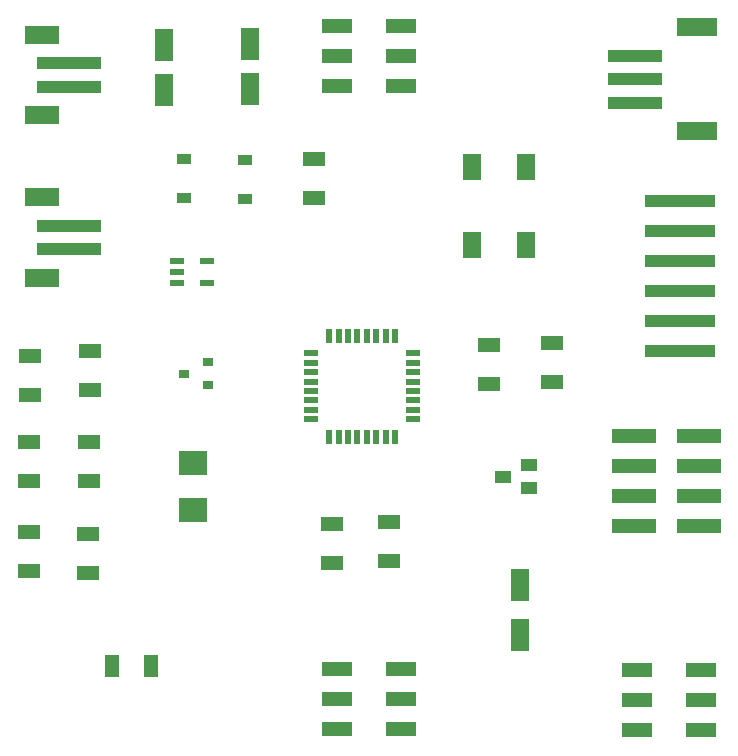
<source format=gtp>
G75*
%MOIN*%
%OFA0B0*%
%FSLAX25Y25*%
%IPPOS*%
%LPD*%
%AMOC8*
5,1,8,0,0,1.08239X$1,22.5*
%
%ADD10R,0.07500X0.05000*%
%ADD11R,0.09449X0.07874*%
%ADD12R,0.10000X0.05000*%
%ADD13R,0.03500X0.03100*%
%ADD14R,0.11811X0.06299*%
%ADD15R,0.21654X0.03937*%
%ADD16R,0.05512X0.03937*%
%ADD17R,0.15000X0.05000*%
%ADD18R,0.06000X0.09000*%
%ADD19R,0.05000X0.02200*%
%ADD20R,0.02200X0.05000*%
%ADD21R,0.04724X0.02165*%
%ADD22R,0.06299X0.11000*%
%ADD23R,0.05000X0.07500*%
%ADD24R,0.04803X0.03583*%
%ADD25R,0.23622X0.04016*%
%ADD26R,0.18110X0.03937*%
%ADD27R,0.13386X0.06299*%
D10*
X0038323Y0069106D03*
X0038323Y0082106D03*
X0038835Y0099776D03*
X0038835Y0112776D03*
X0039031Y0130248D03*
X0039031Y0143248D03*
X0019110Y0141358D03*
X0019110Y0128358D03*
X0018638Y0112854D03*
X0018638Y0099854D03*
X0018835Y0082736D03*
X0018835Y0069736D03*
X0119661Y0072374D03*
X0119661Y0085374D03*
X0138598Y0086201D03*
X0138598Y0073201D03*
X0171906Y0132098D03*
X0171906Y0145098D03*
X0193047Y0145846D03*
X0193047Y0132846D03*
X0113598Y0194106D03*
X0113598Y0207106D03*
D11*
X0073362Y0105803D03*
X0073362Y0090055D03*
D12*
X0121315Y0036984D03*
X0121315Y0026984D03*
X0121315Y0016984D03*
X0142811Y0016984D03*
X0142811Y0026984D03*
X0142811Y0036984D03*
X0221236Y0036591D03*
X0221236Y0026591D03*
X0221236Y0016591D03*
X0242732Y0016591D03*
X0242732Y0026591D03*
X0242732Y0036591D03*
X0142811Y0231551D03*
X0142811Y0241551D03*
X0142811Y0251551D03*
X0121315Y0251551D03*
X0121315Y0241551D03*
X0121315Y0231551D03*
D13*
X0078465Y0139306D03*
X0078465Y0131706D03*
X0070465Y0135506D03*
D14*
X0023165Y0167535D03*
X0023165Y0194307D03*
X0022929Y0221787D03*
X0022929Y0248559D03*
D15*
X0031866Y0239110D03*
X0031866Y0231236D03*
X0032102Y0184858D03*
X0032102Y0176984D03*
D16*
X0176591Y0101197D03*
X0185252Y0104937D03*
X0185252Y0097457D03*
D17*
X0220291Y0094780D03*
X0220291Y0104780D03*
X0220291Y0114780D03*
X0241891Y0114780D03*
X0241891Y0104780D03*
X0241891Y0094780D03*
X0241891Y0084780D03*
X0220291Y0084780D03*
D18*
X0184409Y0178551D03*
X0166409Y0178551D03*
X0166409Y0204551D03*
X0184409Y0204551D03*
D19*
X0146640Y0142339D03*
X0146640Y0139189D03*
X0146640Y0136039D03*
X0146640Y0132890D03*
X0146640Y0129740D03*
X0146640Y0126591D03*
X0146640Y0123441D03*
X0146640Y0120291D03*
X0112840Y0120291D03*
X0112840Y0123441D03*
X0112840Y0126591D03*
X0112840Y0129740D03*
X0112840Y0132890D03*
X0112840Y0136039D03*
X0112840Y0139189D03*
X0112840Y0142339D03*
D20*
X0118717Y0148215D03*
X0121866Y0148215D03*
X0125016Y0148215D03*
X0128165Y0148215D03*
X0131315Y0148215D03*
X0134465Y0148215D03*
X0137614Y0148215D03*
X0140764Y0148215D03*
X0140764Y0114415D03*
X0137614Y0114415D03*
X0134465Y0114415D03*
X0131315Y0114415D03*
X0128165Y0114415D03*
X0125016Y0114415D03*
X0121866Y0114415D03*
X0118717Y0114415D03*
D21*
X0078165Y0165764D03*
X0078165Y0173244D03*
X0067929Y0173244D03*
X0067929Y0169504D03*
X0067929Y0165764D03*
D22*
X0063598Y0230157D03*
X0063598Y0245094D03*
X0092339Y0245488D03*
X0092339Y0230551D03*
X0182496Y0065173D03*
X0182496Y0048268D03*
D23*
X0046469Y0038008D03*
X0059469Y0038008D03*
D24*
X0070291Y0194159D03*
X0070291Y0207053D03*
X0090764Y0206659D03*
X0090764Y0193766D03*
D25*
X0235646Y0193126D03*
X0235646Y0183126D03*
X0235646Y0173126D03*
X0235646Y0163126D03*
X0235646Y0153126D03*
X0235646Y0143126D03*
D26*
X0220803Y0225764D03*
X0220803Y0233638D03*
X0220803Y0241512D03*
D27*
X0241276Y0250961D03*
X0241276Y0216315D03*
M02*

</source>
